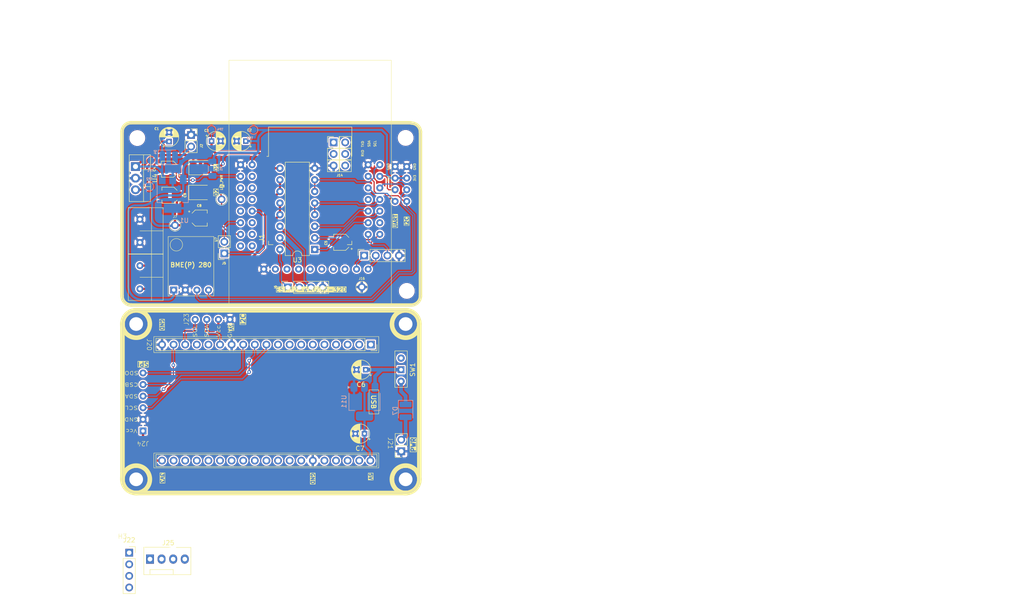
<source format=kicad_pcb>
(kicad_pcb (version 20240108) (generator "pcbnew") (generator_version "8.0")
  (layers (0 "F.Cu" signal) (31 "B.Cu" signal) (34 "B.Paste" user) (35 "F.Paste" user) (36 "B.SilkS" user "B.Silkscreen") (37 "F.SilkS" user "F.Silkscreen") (38 "B.Mask" user) (39 "F.Mask" user) (44 "Edge.Cuts" user))
  (net 0 "")
  (net 1 "GND")
  (net 2 "+3V3")
  (net 3 "+5V")
  (net 4 "/RXD")
  (net 5 "/TXD")
  (net 6 "/SDA")
  (net 7 "/SCL")
  (net 8 "/EN")
  (net 9 "/SOURCE2")
  (net 10 "/SOURCE1")
  (net 11 "/SOURCE3")
  (net 12 "/VDC")
  (net 13 "/DAC1")
  (net 14 "/DAC2")
  (net 15 "/GPIO19")
  (net 16 "/GPIO17")
  (net 17 "/GPIO5")
  (net 18 "/GPIO18")
  (net 19 "/ADC2_CH3")
  (net 20 "/ADC2_CH0")
  (net 21 "/GPIO23")
  (net 22 "/ADC2_CH2")
  (net 23 "/BOOT")
  (net 24 "/SOURCE4")
  (net 25 "/SOURCE5")
  (net 26 "/GPIO14")
  (net 27 "/VIN")
  (net 39 "/ESP32-WROOM-32U Node/VIN")
  (net 44 "/ESP32-WROOM-32U Node/VDC")
  (net 55 "/ESP32-WROOM-32U Node/SPI-SDO")
  (net 56 "/ESP32-WROOM-32U Node/TX")
  (net 57 "Net-(D7-A)")
  (net 58 "/ESP32-WROOM-32U Node/SDA-2")
  (net 59 "/ESP32-WROOM-32U Node/SPI-CSB")
  (net 60 "/ESP32-WROOM-32U Node/SPI-SCL")
  (net 61 "/ESP32-WROOM-32U Node/SCL-2")
  (net 62 "/ESP32-WROOM-32U Node/RX")
  (net 63 "/ESP32-WROOM-32U Node/SPI-SDA")
  (net 65 "/GPIO36")
  (net 66 "/OUT2")
  (net 67 "/GPIO39")
  (net 68 "/GPIO32")
  (net 69 "/OUT1")
  (net 70 "/SD_DATA0")
  (net 71 "/SD_CMD")
  (net 72 "/GPIO34")
  (net 73 "/OUT3")
  (net 74 "/SD_DATA2")
  (net 75 "/GPIO27")
  (net 76 "/GPIO13")
  (net 77 "/SD_CLK")
  (net 78 "/SD_DATA1")
  (net 79 "/GPIO33")
  (net 80 "/SD_DATA3")
  (net 84 "/ESP32-WROOM-32U Node/12V")
  (footprint "Capacitor_THT:CP_Radial_D4.0mm_P2.00mm" (layer "F.Cu") (at 107 44.2 180)
    (property "Reference" "C2")
    (property "Value" "1uF")
  )
  (footprint "LED_SMD:LED_1210_3225Metric_Pad1.42x2.65mm_HandSolder" (layer "F.Cu") (at 97 55.45)
    (property "Reference" "D2")
    (property "Value" "STATUS")
  )
  (footprint "Alexander Footprint Library:Board_65-40" (layer "F.Cu") (at 80 131.25)
    (property "Reference" "H3")
    (property "Value" "Project_Box_Board_65x40")
    (fp_line (start 0 -13) (end 0 -47) (stroke (width 0.05)) (layer "Edge.Cuts"))
    (fp_line (start 3 -50) (end 62 -50) (stroke (width 0.05)) (layer "Edge.Cuts"))
    (fp_line (start 62 -10) (end 3 -10) (stroke (width 0.05)) (layer "Edge.Cuts"))
    (fp_line (start 65 -47) (end 65 -13) (stroke (width 0.05)) (layer "Edge.Cuts"))
    (fp_arc (start 0 -47) (mid 0.87868 -49.12132) (end 3 -50) (stroke (width 0.05)) (layer "Edge.Cuts"))
    (fp_arc (start 3 -10) (mid 0.87868 -10.87868) (end 0 -13) (stroke (width 0.05)) (layer "Edge.Cuts"))
    (fp_arc (start 62 -50) (mid 64.12132 -49.12132) (end 65 -47) (stroke (width 0.05)) (layer "Edge.Cuts"))
    (fp_arc (start 65 -13) (mid 64.12132 -10.87868) (end 62 -10) (stroke (width 0.05)) (layer "Edge.Cuts"))
    (fp_circle (center 3 -47) (end 4 -48) (stroke (width 0.05)) (fill none) (layer "Edge.Cuts"))
    (fp_circle (center 3 -13) (end 4 -14) (stroke (width 0.05)) (fill none) (layer "Edge.Cuts"))
    (fp_circle (center 62 -47) (end 63 -48) (stroke (width 0.05)) (fill none) (layer "Edge.Cuts"))
    (fp_circle (center 62 -13) (end 63 -14) (stroke (width 0.05)) (fill none) (layer "Edge.Cuts"))
  )
  (footprint "Capacitor_SMD:CP_Elec_3x5.3" (layer "F.Cu") (at 90.3 50.35 180)
    (property "Reference" "C4")
    (property "Value" "0.1uF")
  )
  (footprint "MountingHole:MountingHole_3mm" (layer "F.Cu") (at 142 43.5)
    (property "Reference" "H1" (hide yes))
    (property "Value" "MountingHole_Pad")
  )
  (footprint "MountingHole:MountingHole_3mm" (layer "F.Cu") (at 83.25 43.53)
    (property "Reference" "H2" (hide yes))
    (property "Value" "MountingHole_Pad")
  )
  (footprint "Alexander Footprints Library:Conn_Terminal_5mm" (layer "F.Cu") (at 83.82 53.69)
    (property "Reference" "J9" (hide yes))
    (property "Value" "Conn_01x02_Socket")
  )
  (footprint "Alexander Footprint Library:ESP32-WROOM-Adapter-Socket-2" (layer "F.Cu") (at 121.1 56.99)
    (property "Reference" "J1")
    (property "Value" "~")
  )
  (footprint "Capacitor_SMD:CP_Elec_3x5.3" (layer "F.Cu") (at 90.4 56.05 180)
    (property "Reference" "C9")
    (property "Value" "0.1uF")
  )
  (footprint "Capacitor_THT:CP_Radial_D4.0mm_P2.00mm" (layer "F.Cu") (at 133.25 94.25 180)
    (property "Reference" "C6")
    (property "Value" "1uF")
  )
  (footprint "Alexander Footprint Library:PinSocket_1x01_P2.54" (layer "F.Cu") (at 91.5 65.19)
    (property "Reference" "J7")
    (property "Value" "LED_PWR")
  )
  (footprint "Alexander Footprint Library:Conn_SPI" (layer "F.Cu") (at 84.5 112.74 180)
    (property "Reference" "J24")
    (property "Value" "~")
  )
  (footprint "Connector_PinSocket_2.54mm:PinSocket_1x02_P2.54mm_Vertical" (layer "F.Cu") (at 95.025 42.85)
    (property "Reference" "J2")
    (property "Value" "PWR")
  )
  (footprint "Connector:FanPinHeader_1x04_P2.54mm_Vertical" (layer "F.Cu") (at 86.025 135.72)
    (property "Reference" "J25")
    (property "Value" "Conn_01x04_Pin")
  )
  (footprint "Connector_PinSocket_2.54mm:PinSocket_1x04_P2.54mm_Vertical" (layer "F.Cu") (at 81.475 134.32)
    (property "Reference" "J22")
    (property "Value" "PWR_SATA_Conn_01x04")
  )
  (footprint "Connector_PinSocket_2.54mm:PinSocket_1x04_P2.54mm_Vertical" (layer "F.Cu") (at 116.2 76.225 90)
    (property "Reference" "J6")
    (property "Value" "SOURCE")
  )
  (footprint "Package_DIP:DIP-16_W7.62mm" (layer "F.Cu") (at 122.1 67.925 180)
    (property "Reference" "U3")
    (property "Value" "ULN2003")
  )
  (footprint "Connector_PinSocket_2.54mm:PinSocket_1x04_P2.54mm_Vertical" (layer "F.Cu") (at 132.92 69.25 90)
    (property "Reference" "J10" (hide yes))
    (property "Value" "ADC")
  )
  (footprint "Capacitor_SMD:CP_Elec_3x5.3" (layer "F.Cu") (at 128 66.35 180)
    (property "Reference" "C5")
    (property "Value" "0.1uF")
  )
  (footprint "Alexander Footprint Library:PinSocket_1x02_P2.54" (layer "F.Cu") (at 142.25 107 180)
    (property "Reference" "J21")
    (property "Value" "PWR")
  )
  (footprint "Alexander Footprint Library:Conn_ESP32_WROOM-DevKit-38pins" (layer "F.Cu") (at 86.12 88.75 -90)
    (property "Reference" "J20")
    (property "Value" "~")
  )
  (footprint "Capacitor_THT:CP_Radial_D4.0mm_P2.00mm" (layer "F.Cu") (at 99.5 44.2)
    (property "Reference" "C3")
    (property "Value" "1uF")
  )
  (footprint "Capacitor_SMD:CP_Elec_3x5.3" (layer "F.Cu") (at 96.8 61.05)
    (property "Reference" "C8")
    (property "Value" "10uF")
  )
  (footprint "Alexander Footprint Library:PinSocket_1x01_P2.54" (layer "F.Cu") (at 101.7 59.52)
    (property "Reference" "J18")
    (property "Value" "LED_PWR")
  )
  (footprint "Alexander Footprint Library:Conn_I2C" (layer "F.Cu") (at 111.16 83.25 -90)
    (property "Reference" "J23")
    (property "Value" "I2C")
  )
  (footprint "Connector_PinSocket_2.54mm:PinSocket_1x02_P2.54mm_Vertical" (layer "F.Cu") (at 102.3 68.79 180)
    (property "Reference" "J5")
    (property "Value" "DAC")
  )
  (footprint "Alexander Footprint Library:CONN_2x3" (layer "F.Cu") (at 126.23 39.4)
    (property "Reference" "J14")
    (property "Value" "GPIO")
  )
  (footprint "Alexander Footprints Library:Conn_UART" (layer "F.Cu") (at 139.7 42.15)
    (property "Reference" "J3" (hide yes))
    (property "Value" "UART")
  )
  (footprint "Alexander Footprint Library:SW_Slide-03_7.3x2.5x2.5_P2.54mm" (layer "F.Cu") (at 141 94.25 -90)
    (property "Reference" "SW1")
    (property "Value" "SW_SPDT")
  )
  (footprint "Alexander Footprint Library:PinSocket_1x01_P2.54" (layer "F.Cu") (at 132.4 78.72)
    (property "Reference" "J16")
    (property "Value" "GND")
  )
  (footprint "Capacitor_THT:CP_Radial_D4.0mm_P2.00mm" (layer "F.Cu") (at 90.2 44.3 90)
    (property "Reference" "C1")
    (property "Value" "1uF")
  )
  (footprint "Alexander Footprint Library:BME280_BMP280_I2C" (layer "F.Cu") (at 90 78.1 90)
    (property "Reference" "U7")
    (property "Value" "BME(P)280")
  )
  (footprint "Capacitor_THT:CP_Radial_D4.0mm_P2.00mm" (layer "F.Cu") (at 133 108.25 180)
    (property "Reference" "C7")
    (property "Value" "1uF")
  )
  (footprint "Alexander Footprint Library:LD1117" (layer "F.Cu") (at 82.855 49.77 -90)
    (property "Reference" "U4")
    (property "Value" "L7805")
  )
  (footprint "Alexander Footprints Library:Conn_I2C" (layer "F.Cu") (at 142.24 42.15)
    (property "Reference" "J4" (hide yes))
    (property "Value" "I2C")
  )
  (footprint "LED_SMD:LED_1210_3225Metric_Pad1.42x2.65mm_HandSolder" (layer "F.Cu") (at 97 50)
    (property "Reference" "D1")
    (property "Value" "PWR")
  )
  (footprint "MountingHole:MountingHole_3mm" (layer "F.Cu") (at 142.25 77)
    (property "Reference" "H4" (hide yes))
    (property "Value" "MountingHole_Pad" (hide yes))
  )
  (footprint "Alexander Footprints Library:Conn_Terminal_5mm" (layer "F.Cu") (at 83.82 63.85)
    (property "Reference" "J8" (hide yes))
    (property "Value" "Conn_01x02_Socket")
  )
  (footprint "TestPoint:TestPoint_Pad_D1.5mm" (layer "B.Cu") (at 99.5 41.75 180)
    (property "Reference" "TP4")
    (property "Value" "5V")
  )
  (footprint "TestPoint:TestPoint_Pad_D1.5mm" (layer "B.Cu") (at 108.7 41.75 180)
    (property "Reference" "TP3")
    (property "Value" "3V3")
  )
  (footprint "Diode_SMD:D_1210_3225Metric" (layer "B.Cu") (at 142 103.25 -90)
    (property "Reference" "D7")
    (property "Value" "D")
  )
  (footprint "Resistor_SMD:R_1206_3216Metric_Pad1.30x1.75mm_HandSolder" (layer "B.Cu") (at 99.7 50.25 -90)
    (property "Reference" "R1")
    (property "Value" "10K")
  )
  (footprint "Diode_SMD:D_1210_3225Metric" (layer "B.Cu") (at 90.1 47.75)
    (property "Reference" "D4")
    (property "Value" "D")
  )
  (footprint "TestPoint:TestPoint_Pad_D1.5mm" (layer "B.Cu") (at 86.2 48.45 180)
    (property "Reference" "TP1")
    (property "Value" "VIN")
  )
  (footprint "TestPoint:TestPoint_Pad_D1.5mm" (layer "B.Cu") (at 85.9 54.15 180)
    (property "Reference" "TP2")
    (property "Value" "GND")
  )
  (footprint "Package_TO_SOT_SMD:SOT-223-3_TabPin2" (layer "B.Cu") (at 91 55.75 -90)
    (property "Reference" "U1")
    (property "Value" "AMS1117-3V3")
  )
  (footprint "Package_TO_SOT_SMD:SOT-223-3_TabPin2" (layer "B.Cu") (at 133 101.25 -90)
    (property "Reference" "U11")
    (property "Value" "AMS1117-5.0")
  )
  (gr_line (start 145.25 42.11421) (end 145.25 78.085782) (stroke (width 0.75)) (layer "F.SilkS"))
  (gr_line (start 81.914218 40.164218) (end 143.08579 40.164218) (stroke (width 0.75)) (layer "F.SilkS"))
  (gr_arc (start 145.25 78.085782) (mid 144.66422 79.500007) (end 143.25 80.085782) (stroke (width 0.75)) (layer "F.SilkS"))
  (gr_line (start 79.914218 42.11421) (end 79.914218 78.085782) (stroke (width 0.75)) (layer "F.SilkS"))
  (gr_arc (start 81.914218 80.085782) (mid 80.499999 79.500001) (end 79.914218 78.085782) (stroke (width 0.75)) (layer "F.SilkS"))
  (gr_arc (start 143.25 40.25) (mid 144.664214 40.835786) (end 145.25 42.25) (stroke (width 0.75)) (layer "F.SilkS"))
  (gr_arc (start 79.914218 42.164218) (mid 80.499999 40.749999) (end 81.914218 40.164218) (stroke (width 0.75)) (layer "F.SilkS"))
  (gr_line (start 81.914214 80.085782) (end 143.085786 80.085782) (stroke (width 0.75)) (layer "F.SilkS"))
  (gr_line (start 82.014214 80.235786) (end 113 80.25) (stroke (width 0.1)) (layer "Edge.Cuts"))
  (gr_line (start 80 42.25) (end 80.014214 78.235786) (stroke (width 0.1)) (layer "Edge.Cuts"))
  (gr_arc (start 143.185786 40.264214) (mid 144.600004 40.849996) (end 145.185786 42.264214) (stroke (width 0.1)) (layer "Edge.Cuts"))
  (gr_line (start 113 80.25) (end 143.185786 80.235786) (stroke (width 0.1)) (layer "Edge.Cuts"))
  (gr_arc (start 82.014214 80.235786) (mid 80.599996 79.650004) (end 80.014214 78.235786) (stroke (width 0.1)) (layer "Edge.Cuts"))
  (gr_line (start 145.185786 42.264214) (end 145.185786 78.235786) (stroke (width 0.1)) (layer "Edge.Cuts"))
  (gr_arc (start 80 42.25) (mid 80.585786 40.835786) (end 82 40.25) (stroke (width 0.1)) (layer "Edge.Cuts"))
  (gr_arc (start 145.185786 78.235786) (mid 144.600004 79.650004) (end 143.185786 80.235786) (stroke (width 0.1)) (layer "Edge.Cuts"))
  (gr_line (start 143.185786 40.264214) (end 82 40.25) (stroke (width 0.1)) (layer "Edge.Cuts"))
  (gr_text "PWR" (at 144.3 112.45 90) (layer "F.SilkS" knockout) (effects (font (size 1 1) (thickness 0.25) (bold yes)) (justify left bottom)))
  (segment (start 84.21 66) (end 83.82 66.39) (width 0.5) (layer "F.Cu") (net 1))
  (segment (start 95.5 54.8625) (end 95.5125 54.85) (width 0.25) (layer "F.Cu") (net 1))
  (segment (start 95.5 55.4625) (end 95.5125 55.45) (width 0.25) (layer "F.Cu") (net 1))
  (segment (start 91.5 59.65) (end 91.9 59.25) (width 0.5) (layer "F.Cu") (net 2))
  (segment (start 101.15 50) (end 102 49.15) (width 0.5) (layer "F.Cu") (net 2))
  (segment (start 84.5 107.66) (end 84.5 112.25) (width 0.5) (layer "F.Cu") (net 2))
  (segment (start 87.75 85.75) (end 100 85.75) (width 0.5) (layer "F.Cu") (net 2))
  (segment (start 94.63 62.62) (end 91.5 62.62) (width 0.5) (layer "F.Cu") (net 2))
  (segment (start 101 84.75) (end 101 83.25) (width 0.5) (layer "F.Cu") (net 2))
  (segment (start 88.6 114.15) (end 86.4 114.15) (width 0.5) (layer "F.Cu") (net 2))
  (segment (start 84.5 112.25) (end 85.25 113) (width 0.5) (layer "F.Cu") (net 2))
  (segment (start 91.9 59.25) (end 91.9 56.05) (width 0.5) (layer "F.Cu") (net 2))
  (segment (start 98.4875 50) (end 101.15 50) (width 0.5) (layer "F.Cu") (net 2))
  (segment (start 95.3 61.05) (end 95.3 61.95) (width 0.5) (layer "F.Cu") (net 2))
  (segment (start 95.3 61.95) (end 94.63 62.62) (width 0.5) (layer "F.Cu") (net 2))
  (segment (start 82.25 110) (end 82.25 91.25) (width 0.5) (layer "F.Cu") (net 2))
  (segment (start 91.5 62.62) (end 91.5 59.65) (width 0.5) (layer "F.Cu") (net 2))
  (segment (start 82.25 91.25) (end 87.75 85.75) (width 0.5) (layer "F.Cu") (net 2))
  (segment (start 86.4 114.15) (end 85.25 113) (width 0.5) (layer "F.Cu") (net 2))
  (segment (start 100 85.75) (end 101 84.75) (width 0.5) (layer "F.Cu") (net 2))
  (segment (start 85.25 113) (end 82.25 110) (width 0.5) (layer "F.Cu") (net 2))
  (via (at 102 49.15) (size 0.8) (drill 0.4) (layers "F.Cu" "B.Cu") (net 2))
  (segment (start 96.075 48.7) (end 97.525 48.7) (width 0.5) (layer "B.Cu") (net 2))
  (segment (start 108.4 49.2825) (end 108.4 47.85) (width 0.5) (layer "B.Cu") (net 2))
  (segment (start 109.408578 44.2) (end 107 44.2) (width 0.5) (layer "B.Cu") (net 2))
  (segment (start 109.5 46.75) (end 109.75 46.5) (width 0.5) (layer "B.Cu") (net 2))
  (segment (start 81.3 75.997918) (end 81.3 59.75104) (width 0.5) (layer "B.Cu") (net 2))
  (segment (start 93.3 54.905025) (end 93.3 52.6) (width 0.5) (layer "B.Cu") (net 2))
  (segment (start 100 48.7) (end 100 48.03033) (width 0.5) (layer "B.Cu") (net 2))
  (segment (start 137.9 51.55) (end 138.66 52.31) (width 0.5) (layer "B.Cu") (net 2))
  (segment (start 84.202081 78.9) (end 89.990883 78.9) (width 0.5) (layer "B.Cu") (net 2))
  (segment (start 109.75 45) (end 109.75 44.141421) (width 0.5) (layer "B.Cu") (net 2))
  (segment (start 103 46.75) (end 101.28033 46.75) (width 0.5) (layer "B.Cu") (net 2))
  (segment (start 109.75 43.858578) (end 109.75 44.141421) (width 0.5) (layer "B.Cu") (net 2))
  (segment (start 138.66 52.31) (end 139.7 52.31) (width 0.5) (layer "B.Cu") (net 2))
  (segment (start 139.7 52.31) (end 142.24 52.31) (width 0.5) (layer "B.Cu") (net 2))
  (segment (start 129.1 41.75) (end 136.8 41.75) (width 0.5) (layer "B.Cu") (net 2))
  (segment (start 112.31066 41.75) (end 129.1 41.75) (width 0.5) (layer "B.Cu") (net 2))
  (segment (start 88.207106 62.75) (end 91.5 62.75) (width 0.5) (layer "B.Cu") (net 2))
  (segment (start 86.5 61.042893) (end 86.5 57.5) (width 0.5) (layer "B.Cu") (net 2))
  (segment (start 103 46.75) (end 109.5 46.75) (width 0.5) (layer "B.Cu") (net 2))
  (segment (start 137.9 42.85) (end 137.9 51.55) (width 0.5) (layer "B.Cu") (net 2))
  (segment (start 91.22 77.670883) (end 91.22 76.8) (width 0.5) (layer "B.Cu") (net 2))
  (segment (start 89.455634 56.1) (end 92.105025 56.1) (width 0.5) (layer "B.Cu") (net 2))
  (segment (start 96.075 48.7) (end 95.177817 48.7) (width 0.5) (layer "B.Cu") (net 2))
  (segment (start 136.8 41.75) (end 137.9 42.85) (width 0.5) (layer "B.Cu") (net 2))
  (segment (start 108.4 47.85) (end 109.75 46.5) (width 0.5) (layer "B.Cu") (net 2))
  (segment (start 109.75 46.5) (end 109.75 45) (width 0.5) (layer "B.Cu") (net 2))
  (segment (start 110.015165 42.984834) (end 110.5 42.5) (width 0.5) (layer "B.Cu") (net 2))
  (segment (start 102 47.75) (end 103 46.75) (width 0.5) (layer "B.Cu") (net 2))
  (segment (start 109.75 43.858578) (end 109.75 43.625) (width 0.5) (layer "B.Cu") (net 2))
  (segment (start 93.3 52.6) (end 93.3 50.577817) (width 0.5) (layer "B.Cu") (net 2))
  (segment (start 82.75104 58.3) (end 84.144365 58.3) (width 0.5) (layer "B.Cu") (net 2))
  (segment (start 102 49.15) (end 102 47.75) (width 0.5) (layer "B.Cu") (net 2))
  (segment (start 129.3 41.75) (end 129.1 41.75) (width 0.5) (layer "B.Cu") (net 2))
  (segment (start 108.7 41.75) (end 112.31066 41.75) (width 0.5) (layer "B.Cu") (net 2))
  (segment (start 100 48.7) (end 97.525 48.7) (width 0.5) (layer "B.Cu") (net 2))
  (arc (start 93.3 54.905025) (mid 93.209037 55.362322) (end 92.95 55.75) (width 0.5) (layer "B.Cu") (net 2))
  (arc (start 86.8 57.2) (mid 85.581584 58.014119) (end 84.144365 58.3) (width 0.5) (layer "B.Cu") (net 2))
  (arc (start 89.455634 56.1) (mid 88.018415 56.38588) (end 86.8 57.2) (width 0.5) (layer "B.Cu") (net 2))
  (arc (start 86.5 61.042893) (mid 86.629945 61.696174) (end 87 62.25) (width 0.5) (layer "B.Cu") (net 2))
  (arc (start 82.75104 58.3) (mid 82.195751 58.410453) (end 81.725 58.725) (width 0.5) (layer "B.Cu") (net 2))
  (arc (start 92.95 55.75) (mid 92.562322 56.009037) (end 92.105025 56.1) (width 0.5) (layer "B.Cu") (net 2))
  (arc (start 109.75 43.625) (mid 109.818914 43.278544) (end 110.015165 42.984834) (width 0.5) (layer "B.Cu") (net 2))
  (arc (start 95.177817 48.7) (mid 94.459207 48.84294) (end 93.85 49.25) (width 0.5) (layer "B.Cu") (net 2))
  (arc (start 82.15 78.05) (mid 83.091502 78.679092) (end 84.202081 78.9) (width 0.5) (layer "B.Cu") (net 2))
  (arc (start 109.75 44.141421) (mid 109.713838 44.087301) (end 109.65 44.1) (width 0.5) (layer "B.Cu") (net 2))
  (arc (start 93.85 49.25) (mid 93.44294 49.859207) (end 93.3 50.577817) (width 0.5) (layer "B.Cu") (net 2))
  (arc (start 90.86 78.54) (mid 90.461245 78.806439) (end 89.990883 78.9) (width 0.5) (layer "B.Cu") (net 2))
  (arc (start 109.65 44.1) (mid 109.539234 44.17401) (end 109.408578 44.2) (width 0.5) (layer "B.Cu") (net 2))
  (arc (start 87 62.25) (mid 87.553825 62.620054) (end 88.207106 62.75) (width 0.5) (layer "B.Cu") (net 2))
  (arc (start 81.725 58.725) (mid 81.410453 59.195751) (end 81.3 59.75104) (width 0.5) (layer "B.Cu") (net 2))
  (arc (start 101.28033 46.75) (mid 100.790368 46.847459) (end 100.375 47.125) (width 0.5) (layer "B.Cu") (net 2))
  (arc (start 91.22 77.670883) (mid 91.126439 78.141245) (end 90.86 78.54) (width 0.5) (layer "B.Cu") (net 2))
  (arc (start 110.5 42.5) (mid 111.330737 41.944918) (end 112.31066 41.75) (width 0.5) (layer "B.Cu") (net 2))
  (arc (start 109.65 44.1) (mid 109.72401 43.989234) (end 109.75 43.858578) (width 0.5) (layer "B.Cu") (net 2))
  (arc (start 100.375 47.125) (mid 100.097459 47.540368) (end 100 48.03033) (width 0.5) (layer "B.Cu") (net 2))
  (arc (start 81.3 75.997918) (mid 81.520907 77.108496) (end 82.15 78.05) (width 0.5) (layer "B.Cu") (net 2))
  (segment (start 99.5 45.693413) (end 99.5 44.2) (width 0.5) (layer "F.Cu") (net 3))
  (segment (start 111.2 46.85) (end 100.365867 46.85) (width 0.5) (layer "F.Cu") (net 3))
  (segment (start 98.6375 46.9625) (end 99.2125 46.3875) (width 0.5) (layer "F.Cu") (net 3))
  (segment (start 100.365867 46.85) (end 99.465867 45.95) (width 0.5) (layer "F.Cu") (net 3))
  (segment (start 112 47.65) (end 111.2 46.85) (width 0.5) (layer "F.Cu") (net 3))
  (segment (start 112 49.15) (end 112 47.65) (width 0.5) (layer "F.Cu") (net 3))
  (segment (start 88.1 47.25) (end 97.943413 47.25) (width 0.5) (layer "F.Cu") (net 3))
  (segment (start 84.9 54.85) (end 85.4 54.35) (width 0.5) (layer "F.Cu") (net 3))
  (segment (start 85.4 54.35) (end 85.4 49.95) (width 0.5) (layer "F.Cu") (net 3))
  (segment (start 114.48 50.145) (end 112.995 50.145) (width 0.5) (layer "F.Cu") (net 3))
  (segment (start 112.995 50.145) (end 112 49.15) (width 0.5) (layer "F.Cu") (net 3))
  (segment (start 82.855 54.85) (end 84.9 54.85) (width 0.5) (layer "F.Cu") (net 3))
  (segment (start 85.4 49.95) (end 88.1 47.25) (width 0.5) (layer "F.Cu") (net 3))
  (arc (start 97.943413 47.25) (mid 98.31905 47.175281) (end 98.6375 46.9625) (width 0.5) (layer "F.Cu") (net 3))
  (arc (start 99.5 45.693413) (mid 99.425281 46.06905) (end 99.2125 46.3875) (width 0.5) (layer "F.Cu") (net 3))
  (segment (start 133 98.1) (end 133 104.4) (width 0.5) (layer "B.Cu") (net 3))
  (segment (start 133 108.25) (end 133 104.4) (width 0.5) (layer "B.Cu") (net 3))
  (segment (start 133 111) (end 133 108.25) (width 0.5) (layer "B.Cu") (net 3))
  (segment (start 134.21 114.15) (end 134.21 112.21) (width 0.5) (layer "B.Cu") (net 3))
  (segment (start 134.21 112.21) (end 133 111) (width 0.5) (layer "B.Cu") (net 3))
  (segment (start 99.5 42.25) (end 99.5 44.2) (width 0.25) (layer "B.Cu") (net 3))
  (segment (start 139.7 57.35) (end 139.7 57.39) (width 0.25) (layer "F.Cu") (net 4))
  (segment (start 140.3 57.45) (end 139.3 57.45) (width 0.25) (layer "F.Cu") (net 4))
  (segment (start 139.04 57.39) (end 139.7 57.39) (width 0.25) (layer "F.Cu") (net 4))
  (segment (start 137.96 55.65) (end 139.7 57.39) (width 0.25) (layer "B.Cu") (net 4))
  (segment (start 133.8 54.3625) (end 135.0875 55.65) (width 0.25) (layer "B.Cu") (net 4))
  (segment (start 135.0875 55.65) (end 137.96 55.65) (width 0.25) (layer "B.Cu") (net 4))
  (segment (start 138 52.25) (end 137.5725 51.8225) (width 0.25) (layer "F.Cu") (net 5))
  (segment (start 139.7 54.85) (end 138.3 54.85) (width 0.25) (layer "F.Cu") (net 5))
  (segment (start 137.5725 51.8225) (end 136.34 51.8225) (width 0.25) (layer "F.Cu") (net 5))
  (segment (start 138 54.55) (end 138 52.25) (width 0.25) (layer "F.Cu") (net 5))
  (segment (start 138.3 54.85) (end 138 54.55) (width 0.25) (layer "F.Cu") (net 5))
  (segment (start 139.7 54.85) (end 139.5 54.85) (width 0.25) (layer "F.Cu") (net 5))
  (segment (start 142.24 54.85) (end 142.24 55.51) (width 0.25) (layer "F.Cu") (net 6))
  (segment (start 98.84 76.8) (end 98.84 78.09) (width 0.25) (layer "B.Cu") (net 6))
  (segment (start 141 57.95) (end 141 56.09) (width 0.25) (layer "B.Cu") (net 6))
  (segment (start 140.990501 53.600501) (end 142.24 54.85) (width 0.25) (layer "B.Cu") (net 6))
  (segment (start 136.34 54.3625) (end 137.101999 53.600501) (width 0.25) (layer "B.Cu") (net 6))
  (segment (start 143.281802 72.781802) (end 143.55 72.513604) (width 0.25) (layer "B.Cu") (net 6))
  (segment (start 99.4 78.65) (end 130.7 78.65) (width 0.25) (layer "B.Cu") (net 6))
  (segment (start 130.7 78.65) (end 134.55 78.65) (width 0.25) (layer "B.Cu") (net 6))
  (segment (start 143.55 72.513604) (end 143.55 60.5) (width 0.25) (layer "B.Cu") (net 6))
  (segment (start 143.55 60.5) (end 141 57.95) (width 0.25) (layer "B.Cu") (net 6))
  (segment (start 140.418198 72.781802) (end 143.281802 72.781802) (width 0.25) (layer "B.Cu") (net 6))
  (segment (start 98.84 78.09) (end 99.4 78.65) (width 0.25) (layer "B.Cu") (net 6))
  (segment (start 141 56.09) (end 142.24 54.85) (width 0.25) (layer "B.Cu") (net 6))
  (segment (start 137.101999 53.600501) (end 140.990501 53.600501) (width 0.25) (layer "B.Cu") (net 6))
  (segment (start 134.55 78.65) (end 140.418198 72.781802) (width 0.25) (layer "B.Cu") (net 6))
  (segment (start 135.1 55.15) (end 135.6 55.65) (width 0.25) (layer "F.Cu") (net 7))
  (segment (start 133.8 51.8225) (end 135.1 53.1225) (width 0.25) (layer "F.Cu") (net 7))
  (segment (start 141.603604 57.39) (end 142.24 57.39) (width 0.25) (layer "F.Cu") (net 7))
  (segment (start 137.3 55.65) (end 137.8 56.15) (width 0.25) (layer "F.Cu") (net 7))
  (segment (start 135.1 53.1225) (end 135.1 55.15) (width 0.25) (layer "F.Cu") (net 7))
  (segment (start 135.6 55.65) (end 137.3 55.65) (width 0.25) (layer "F.Cu") (net 7))
  (segment (start 140.363604 56.15) (end 141.603604 57.39) (width 0.25) (layer "F.Cu") (net 7))
  (segment (start 137.8 56.15) (end 140.363604 56.15) (width 0.25) (layer "F.Cu") (net 7))
  (segment (start 142.24 58.553604) (end 142.24 57.39) (width 0.25) (layer "B.Cu") (net 7))
  (segment (start 144 72.7) (end 144 60.313604) (width 0.25) (layer "B.Cu") (net 7))
  (segment (start 134.8 79.1) (end 140.6 73.3) (width 0.25) (layer "B.Cu") (net 7))
  (segment (start 140.6 73.3) (end 143.4 73.3) (width 0.25) (layer "B.Cu") (net 7))
  (segment (start 96.3 76.8) (end 96.3 78.45) (width 0.25) (layer "B.Cu") (net 7))
  (segment (start 143.4 73.3) (end 144 72.7) (width 0.25) (layer "B.Cu") (net 7))
  (segment (start 96.3 78.45) (end 96.95 79.1) (width 0.25) (layer "B.Cu") (net 7))
  (segment (start 144 60.313604) (end 142.24 58.553604) (width 0.25) (layer "B.Cu") (net 7))
  (segment (start 96.95 79.1) (end 134.8 79.1) (width 0.25) (layer "B.Cu") (net 7))
  (segment (start 92.3 52.75) (end 91.8 52.25) (width 0.25) (layer "F.Cu") (net 8))
  (segment (start 91.8 52.25) (end 91.8 50.35) (width 0.25) (layer "F.Cu") (net 8))
  (segment (start 95.4 52.75) (end 92.3 52.75) (width 0.25) (layer "F.Cu") (net 8))
  (via (at 95.4 52.75) (size 0.8) (drill 0.4) (layers "F.Cu" "B.Cu") (net 8))
  (segment (start 95.4 52.75) (end 96.7 52.75) (width 0.25) (layer "B.Cu") (net 8))
  (segment (start 101.4 51.8) (end 101.45 51.8) (width 0.25) (layer "B.Cu") (net 8))
  (segment (start 105.86 51.8225) (end 101.4225 51.8225) (width 0.25) (layer "B.Cu") (net 8))
  (segment (start 99.7 51.8) (end 101.4 51.8) (width 0.25) (layer "B.Cu") (net 8))
  (segment (start 97.65 51.8) (end 99.7 51.8) (width 0.25) (layer "B.Cu") (net 8))
  (segment (start 101.4225 51.8225) (end 101.4 51.8) (width 0.25) (layer "B.Cu") (net 8))
  (segment (start 96.7 52.75) (end 97.65 51.8) (width 0.25) (layer "B.Cu") (net 8))
  (segment (start 111.2 66.85) (end 111.2 58.505) (width 0.5) (layer "F.Cu") (net 9))
  (segment (start 111.2 58.505) (end 114.48 55.225) (width 0.5) (layer "F.Cu") (net 9))
  (segment (start 83.82 71.47) (end 86.37 71.47) (width 0.5) (layer "F.Cu") (net 9))
  (segment (start 114.48 55.225) (end 114.48 52.685) (width 0.5) (layer "F.Cu") (net 9))
  (segment (start 86.37 71.47) (end 88 73.1) (width 0.5) (layer "F.Cu") (net 9))
  (segment (start 104.95 73.1) (end 111.2 66.85) (width 0.5) (layer "F.Cu") (net 9))
  (segment (start 88 73.1) (end 104.95 73.1) (width 0.5) (layer "F.Cu") (net 9))
  (segment (start 83.82 76.55) (end 86.275 76.55) (width 0.5) (layer "F.Cu") (net 10))
  (segment (start 104.8 74.75) (end 112.2 67.35) (width 0.5) (layer "F.Cu") (net 10))
  (segment (start 112.2 62.585) (end 114.48 60.305) (width 0.5) (layer "F.Cu") (net 10))
  (segment (start 86.275 76.55) (end 88.075 74.75) (width 0.5) (layer "F.Cu") (net 10))
  (segment (start 114.48 60.305) (end 114.48 57.765) (width 0.5) (layer "F.Cu") (net 10))
  (segment (start 112.2 67.35) (end 112.2 62.585) (width 0.5) (layer "F.Cu") (net 10))
  (segment (start 88.075 74.75) (end 104.8 74.75) (width 0.5) (layer "F.Cu") (net 10))
  (segment (start 114.48 67.925) (end 114.48 70.53) (width 0.25) (layer "B.Cu") (net 11))
  (segment (start 114.48 70.53) (end 114.8 70.85) (width 0.25) (layer "B.Cu") (net 11))
  (segment (start 114.8 70.85) (end 114.8 74.825) (width 0.25) (layer "B.Cu") (net 11))
  (segment (start 114.8 74.825) (end 116.2 76.225) (width 0.25) (layer "B.Cu") (net 11))
  (segment (start 95.025 45.425) (end 92.7 47.75) (width 0.5) (layer "B.Cu") (net 12))
  (segment (start 92.7 47.75) (end 91.5 47.75) (width 0.5) (layer "B.Cu") (net 12))
  (segment (start 95.025 45.39) (end 95.025 45.425) (width 0.5) (layer "B.Cu") (net 12))
  (segment (start 102.3 68.79) (end 109.96 68.79) (width 0.25) (layer "B.Cu") (net 13))
  (segment (start 109.96 68.79) (end 111.1 67.65) (width 0.25) (layer "B.Cu") (net 13))
  (segment (start 111.1 67.65) (end 111.1 60.65) (width 0.25) (layer "B.Cu") (net 13))
  (segment (start 111.1 60.65) (end 109.98 59.53) (width 0.25) (layer "B.Cu") (net 13))
  (segment (start 109.98 59.53) (end 108.4 59.53) (width 0.25) (layer "B.Cu") (net 13))
  (segment (start 103.18 62.07) (end 105.86 62.07) (width 0.25) (layer "B.Cu") (net 14))
  (segment (start 102.3 66.25) (end 102.3 62.95) (width 0.25) (layer "B.Cu") (net 14))
  (segment (start 102.3 62.95) (end 103.18 62.07) (width 0.25) (layer "B.Cu") (net 14))
  (segment (start 122.1 60.305) (end 122.1 57.765) (width 0.25) (layer "F.Cu") (net 15))
  (segment (start 131.8 58.15) (end 131.415 57.765) (width 0.25) (layer "B.Cu") (net 15))
  (segment (start 136.34 56.9025) (end 135.0925 58.15) (width 0.25) (layer "B.Cu") (net 15))
  (segment (start 131.415 57.765) (end 122.1 57.765) (width 0.25) (layer "B.Cu") (net 15))
  (segment (start 135.0925 58.15) (end 131.8 58.15) (width 0.25) (layer "B.Cu") (net 15))
  (segment (start 124.725 67.925) (end 130.6675 61.9825) (width 0.25) (layer "B.Cu") (net 16))
  (segment (start 122.1 67.925) (end 124.725 67.925) (width 0.25) (layer "B.Cu") (net 16))
  (segment (start 130.6675 61.9825) (end 133.8 61.9825) (width 0.25) (layer "B.Cu") (net 16))
  (segment (start 126.628604 65.385) (end 122.1 65.385) (width 0.25) (layer "B.Cu") (net 17))
  (segment (start 131.263604 60.75) (end 126.628604 65.385) (width 0.25) (layer "B.Cu") (net 17))
  (segment (start 136.34 59.4425) (end 135.0325 60.75) (width 0.25) (layer "B.Cu") (net 17))
  (segment (start 135.0325 60.75) (end 131.263604 60.75) (width 0.25) (layer "B.Cu") (net 17))
  (segment (start 128.532208 62.845) (end 131.934708 59.4425) (width 0.25) (layer "B.Cu") (net 18))
  (segment (start 131.934708 59.4425) (end 133.8 59.4425) (width 0.25) (layer "B.Cu") (net 18))
  (segment (start 122.1 62.845) (end 128.532208 62.845) (width 0.25) (layer "B.Cu") (net 18))
  (segment (start 131.26 70.91) (end 132.92 69.25) (width 0.25) (layer "B.Cu") (net 19))
  (segment (start 131.26 72.1425) (end 131.26 70.91) (width 0.25) (layer "B.Cu") (net 19))
  (segment (start 137.3 66.95) (end 134.8 66.95) (width 0.25) (layer "B.Cu") (net 20))
  (segment (start 138 69.25) (end 138 67.65) (width 0.25) (layer "B.Cu") (net 20))
  (segment (start 138 67.65) (end 137.3 66.95) (width 0.25) (layer "B.Cu") (net 20))
  (segment (start 134.8 66.95) (end 133.8 65.95) (width 0.25) (layer "B.Cu") (net 20))
  (segment (start 133.8 65.95) (end 133.8 64.5225) (width 0.25) (layer "B.Cu") (net 20))
  (segment (start 122.1 52.685) (end 122.1 55.225) (width 0.25) (layer "F.Cu") (net 21))
  (segment (start 134.1 53.15) (end 131.3 53.15) (width 0.25) (layer "B.Cu") (net 21))
  (segment (start 135.1 52.15) (end 134.1 53.15) (width 0.25) (layer "B.Cu") (net 21))
  (segment (start 130.835 52.685) (end 122.1 52.685) (width 0.25) (layer "B.Cu") (net 21))
  (segment (start 136.34 49.2825) (end 135.1 50.5225) (width 0.25) (layer "B.Cu") (net 21))
  (segment (start 135.1 50.5225) (end 135.1 52.15) (width 0.25) (layer "B.Cu") (net 21))
  (segment (start 131.3 53.15) (end 130.835 52.685) (width 0.25) (layer "B.Cu") (net 21))
  (segment (start 135.46 70.4825) (end 133.8 72.1425) (width 0.25) (layer "B.Cu") (net 22))
  (segment (start 135.46 69.25) (end 135.46 70.4825) (width 0.25) (layer "B.Cu") (net 22))
  (segment (start 129.5 66.35) (end 134.5125 66.35) (width 0.25) (layer "F.Cu") (net 23))
  (segment (start 134.5125 66.35) (end 136.34 64.5225) (width 0.25) (layer "F.Cu") (net 23))
  (segment (start 114.48 65.385) (end 117.3 68.205) (width 0.25) (layer "B.Cu") (net 24))
  (segment (start 117.3 74.785) (end 118.74 76.225) (width 0.25) (layer "B.Cu") (net 24))
  (segment (start 117.3 68.205) (end 117.3 74.785) (width 0.25) (layer "B.Cu") (net 24))
  (segment (start 119.8 74.745) (end 121.28 76.225) (width 0.25) (layer "B.Cu") (net 25))
  (segment (start 119.8 68.165) (end 119.8 74.745) (width 0.25) (layer "B.Cu") (net 25))
  (segment (start 114.48 62.845) (end 119.8 68.165) (width 0.25) (layer "B.Cu") (net 25))
  (segment (start 101.7 62.65) (end 103.6 64.55) (width 0.25) (layer "F.Cu") (net 26))
  (segment (start 101.6 55.95) (end 101.1 55.45) (width 0.25) (layer "F.Cu") (net 26))
  (segment (start 101.7 56.95) (end 101.6 56.85) (width 0.25) (layer "F.Cu") (net 26))
  (segment (start 105.8325 64.55) (end 105.86 64.5225) (width 0.25) (layer "F.Cu") (net 26))
  (segment (start 98.4875 55.45) (end 101.1 55.45) (width 0.25) (layer "F.Cu") (net 26))
  (segment (start 103.6 64.55) (end 105.8325 64.55) (width 0.25) (layer "F.Cu") (net 26))
  (segment (start 101.6 56.85) (end 101.6 55.95) (width 0.25) (layer "F.Cu") (net 26))
  (segment (start 101.7 62.65) (end 101.7 56.95) (width 0.25) (layer "F.Cu") (net 26))
  (segment (start 82.98 49.77) (end 82.855 49.77) (width 0.5) (layer "F.Cu") (net 27))
  (segment (start 90.2 44.3) (end 88.45 44.3) (width 0.5) (layer "F.Cu") (net 27))
  (segment (start 88.45 44.3) (end 82.98 49.77) (width 0.5) (layer "F.Cu") (net 27))
  (segment (start 88.7 50.546446) (end 88.7 51.253553) (width 0.5) (layer "B.Cu") (net 27))
  (segment (start 88.7 45.153553) (end 88.7 47.4) (width 0.5) (layer "B.Cu") (net 27))
  (segment (start 86.2 49.11) (end 86.2 48.45) (width 0.25) (layer "B.Cu") (net 27))
  (segment (start 88.45 50.65) (end 88.2 50.4) (width 0.5) (layer "B.Cu") (net 27))
  (segment (start 88.7 50.546446) (end 88.7 47.4) (width 0.5) (layer "B.Cu") (net 27))
  (segment (start 88.45 50.65) (end 88.054368 50.254368) (width 0.5) (layer "B.Cu") (net 27))
  (segment (start 89.553553 44.3) (end 90.2 44.3) (width 0.5) (layer "B.Cu") (net 27))
  (segment (start 88.7 51.253553) (end 88.7 52.6) (width 0.5) (layer "B.Cu") (net 27))
  (segment (start 86.86 49.77) (end 85.54 49.77) (width 0.5) (layer "B.Cu") (net 27))
  (segment (start 86.885 49.77) (end 86.86 49.77) (width 0.5) (layer "B.Cu") (net 27))
  (segment (start 85.54 49.77) (end 82.855 49.77) (width 0.5) (layer "B.Cu") (net 27))
  (arc (start 89.553553 44.3) (mid 89.226912 44.364972) (end 88.95 44.55) (width 0.5) (layer "B.Cu") (net 27))
  (arc (start 86.2 49.11) (mid 86.393309 49.57669) (end 86.86 49.77) (width 0.25) (layer "B.Cu") (net 27))
  (arc (start 88.7 51.253553) (mid 88.635027 50.926912) (end 88.45 50.65) (width 0.5) (layer "B.Cu") (net 27))
  (arc (start 88.45 50.65) (mid 88.45 50.65) (end 88.45 50.65) (width 0.5) (layer "B.Cu") (net 27))
  (arc (start 88.45 50.65) (mid 88.609596 50.681745) (end 88.7 50.546446) (width 0.5) (layer "B.Cu") (net 27))
  (arc (start 88.054368 50.254368) (mid 87.517857 49.895883) (end 86.885 49.77) (width 0.5) (layer "B.Cu") (net 27))
  (arc (start 88.95 44.55) (mid 88.764972 44.826912) (end 88.7 45.153553) (width 0.5) (layer "B.Cu") (net 27))
  (segment (start 141 94.25) (end 136.75 94.25) (width 0.8) (layer "B.Cu") (net 39))
  (segment (start 136.75 94.25) (end 133.25 94.25) (width 0.8) (layer "B.Cu") (net 39))
  (segment (start 135.3 98.1) (end 135.3 95.7) (width 0.8) (layer "B.Cu") (net 39))
  (segment (start 135.3 95.7) (end 136.75 94.25) (width 0.8) (layer "B.Cu") (net 39))
  (segment (start 141 99) (end 142 100) (width 0.8) (layer "B.Cu") (net 44))
  (segment (start 142 100) (end 142 101.85) (width 0.8) (layer "B.Cu") (net 44))
  (segment (start 141 96.79) (end 141 99) (width 0.8) (layer "B.Cu") (net 44))
  (segment (start 105.415 94.96) (end 106.38 93.995) (width 0.25) (layer "B.Cu") (net 55))
  (segment (start 106.38 93.995) (end 106.38 88.75) (width 0.25) (layer "B.Cu") (net 55))
  (segment (start 84.5 94.96) (end 105.415 94.96) (width 0.25) (layer "B.Cu") (net 55))
  (segment (start 141.04 109.57) (end 142 108.61) (width 0.8) (layer "B.Cu") (net 57))
  (segment (start 142 108.61) (end 142 104.65) (width 0.8) (layer "B.Cu") (net 57))
  (segment (start 101.3 86.8) (end 100.75 86.25) (width 0.25) (layer "B.Cu") (net 58))
  (segment (start 99 86.25) (end 98.46 85.71) (width 0.25) (layer "B.Cu") (net 58))
  (segment (start 98.46 85.71) (end 98.46 83.25) (width 0.25) (layer "B.Cu") (net 58))
  (segment (start 100.75 86.25) (end 99 86.25) (width 0.25) (layer "B.Cu") (net 58))
  (segment (start 101.3 88.75) (end 101.3 86.8) (width 0.25) (layer "B.Cu") (net 58))
  (segment (start 90.863604 97.5) (end 92.863604 95.5) (width 0.25) (layer "B.Cu") (net 59))
  (segment (start 92.863604 95.5) (end 105.75 95.5) (width 0.25) (layer "B.Cu") (net 59))
  (segment (start 105.75 95.5) (end 111.46 89.79) (width 0.25) (layer "B.Cu") (net 59))
  (segment (start 84.5 97.5) (end 90.863604 97.5) (width 0.25) (layer "B.Cu") (net 59))
  (segment (start 111.46 89.79) (end 111.46 88.75) (width 0.25) (layer "B.Cu") (net 59))
  (segment (start 107.75 92.25) (end 107.75 94.75) (width 0.25) (layer "F.Cu") (net 60))
  (via (at 107.75 92.25) (size 0.8) (drill 0.4) (layers "F.Cu" "B.Cu") (net 60))
  (via (at 107.75 94.75) (size 0.8) (drill 0.4) (layers "F.Cu" "B.Cu") (net 60))
  (segment (start 86.42 102.58) (end 92.75 96.25) (width 0.25) (layer "B.Cu") (net 60))
  (segment (start 106.25 96.25) (end 107.75 94.75) (width 0.25) (layer "B.Cu") (net 60))
  (segment (start 108.92 88.75) (end 108.92 91.08) (width 0.25) (layer "B.Cu") (net 60))
  (segment (start 92.75 96.25) (end 106.25 96.25) (width 0.25) (layer "B.Cu") (net 60))
  (segment (start 84.5 102.58) (end 86.42 102.58) (width 0.25) (layer "B.Cu") (net 60))
  (segment (start 108.92 91.08) (end 107.75 92.25) (width 0.25) (layer "B.Cu") (net 60))
  (segment (start 94 85.75) (end 95.25 85.75) (width 0.25) (layer "B.Cu") (net 61))
  (segment (start 93.68 86.07) (end 94 85.75) (width 0.25) (layer "B.Cu") (net 61))
  (segment (start 95.25 85.75) (end 95.92 85.08) (width 0.25) (layer "B.Cu") (net 61))
  (segment (start 93.68 88.75) (end 93.68 86.07) (width 0.25) (layer "B.Cu") (net 61))
  (segment (start 95.92 85.08) (end 95.92 83.25) (width 0.25) (layer "B.Cu") (net 61))
  (segment (start 91.14 93.25) (end 91.14 96.36) (width 0.25) (layer "F.Cu") (net 63))
  (segment (start 91.14 96.36) (end 89 98.5) (width 0.25) (layer "F.Cu") (net 63))
  (via (at 91.14 93.25) (size 0.8) (drill 0.4) (layers "F.Cu" "B.Cu") (net 63))
  (via (at 89 98.5) (size 0.8) (drill 0.4) (layers "F.Cu" "B.Cu") (net 63))
  (segment (start 87.46 100.04) (end 84.5 100.04) (width 0.25) (layer "B.Cu") (net 63))
  (segment (start 91.14 93.25) (end 91.14 88.75) (width 0.25) (layer "B.Cu") (net 63))
  (segment (start 89 98.5) (end 87.46 100.04) (width 0.25) (layer "B.Cu") (net 63))
  (zone (net 1) (net_name "GND") (layer "F.Cu") (priority 1) (connect_pads (clearance 0)) (min_thickness 0.25) (fill yes (thermal_gap 0.5) (thermal_bridge_width 0.5))
    (polygon (pts (xy 80 40.25) (xy 80.3 80.35) (xy 145.55 80.35) (xy 145.25 40.25)))
  )
  (zone (net 1) (net_name "GND") (layer "F.Cu") (priority 2) (connect_pads (clearance 0)) (min_thickness 0.25) (fill yes (thermal_gap 0.5) (thermal_bridge_width 0.5))
    (polygon (pts (xy 79.8 121.45) (xy 145.7 121.45) (xy 145.2 80.95) (xy 79.5 80.95)))
  )
  (zone (net 1) (net_name "GND") (layer "B.Cu") (connect_pads (clearance 0)) (min_thickness 0.25) (fill yes (thermal_gap 0.5) (thermal_bridge_width 0.5))
    (polygon (pts (xy 80 40.25) (xy 145.2 40.25) (xy 145.4 80.45) (xy 80.2 80.45)))
  )
  (zone (net 1) (net_name "GND") (layer "B.Cu") (priority 3) (connect_pads (clearance 0)) (min_thickness 0.25) (fill yes (thermal_gap 0.5) (thermal_bridge_width 0.5))
    (polygon (pts (xy 145.6 121.45) (xy 145.2 80.95) (xy 79.5 80.95) (xy 79.7 121.45)))
  )
)
</source>
